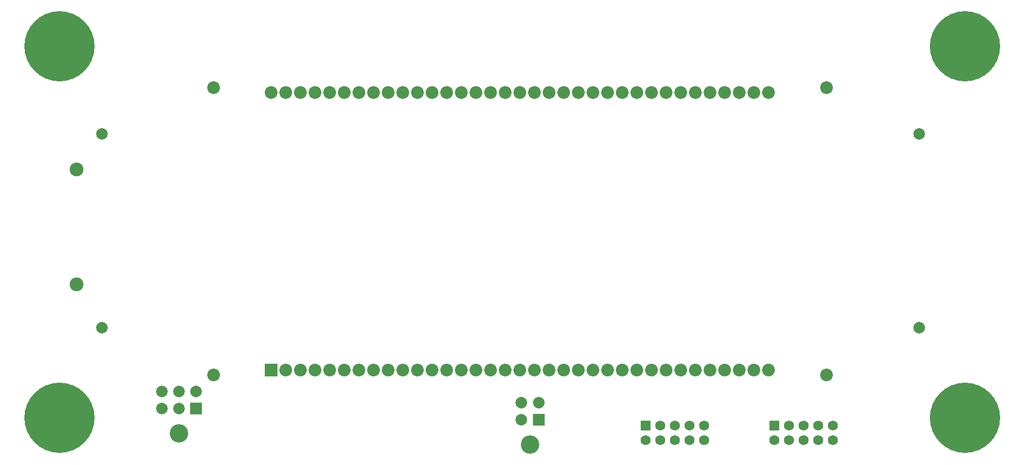
<source format=gts>
G04 Layer_Color=8388736*
%FSLAX24Y24*%
%MOIN*%
G70*
G01*
G75*
%ADD36C,0.0946*%
%ADD37C,0.0680*%
%ADD38R,0.0680X0.0680*%
%ADD39C,0.0789*%
%ADD40C,0.1261*%
%ADD41R,0.0789X0.0789*%
%ADD42C,0.0867*%
%ADD43R,0.0867X0.0867*%
%ADD44C,0.4804*%
D36*
X10915Y29232D02*
D03*
Y37106D02*
D03*
D37*
X60600Y18550D02*
D03*
Y19550D02*
D03*
X61600Y18550D02*
D03*
X62600D02*
D03*
X58600D02*
D03*
X59600D02*
D03*
X61600Y19550D02*
D03*
X62600D02*
D03*
X59600D02*
D03*
X51800Y18550D02*
D03*
Y19550D02*
D03*
X52800Y18550D02*
D03*
X53800D02*
D03*
X49800D02*
D03*
X50800D02*
D03*
X52800Y19550D02*
D03*
X53800D02*
D03*
X50800D02*
D03*
D38*
X58600D02*
D03*
X49800D02*
D03*
D39*
X42500Y21131D02*
D03*
X41319D02*
D03*
Y19950D02*
D03*
X16732Y21897D02*
D03*
Y20716D02*
D03*
X17913Y21897D02*
D03*
X19094D02*
D03*
X17913Y20716D02*
D03*
X68516Y39530D02*
D03*
Y26250D02*
D03*
X12650Y39530D02*
D03*
Y26250D02*
D03*
D40*
X41909Y18249D02*
D03*
X17913Y19023D02*
D03*
D41*
X42500Y19950D02*
D03*
X19094Y20716D02*
D03*
D42*
X20285Y23022D02*
D03*
Y42707D02*
D03*
X62175Y23022D02*
D03*
Y42707D02*
D03*
X25200Y23350D02*
D03*
X26200D02*
D03*
X27200D02*
D03*
X28200D02*
D03*
X29200D02*
D03*
X30200D02*
D03*
X31200D02*
D03*
X32200D02*
D03*
X33200D02*
D03*
X34200D02*
D03*
X35200D02*
D03*
X36200D02*
D03*
X37200D02*
D03*
X38200D02*
D03*
X39200D02*
D03*
X40200D02*
D03*
X41200D02*
D03*
X42200D02*
D03*
X43200D02*
D03*
X44200D02*
D03*
X45200D02*
D03*
X46200D02*
D03*
X47200D02*
D03*
X48200D02*
D03*
X49200D02*
D03*
X50200D02*
D03*
X51200D02*
D03*
X52200D02*
D03*
X53200D02*
D03*
X54200D02*
D03*
X55200D02*
D03*
X56200D02*
D03*
X57200D02*
D03*
X58200D02*
D03*
X24200Y42350D02*
D03*
X25200D02*
D03*
X26200D02*
D03*
X27200D02*
D03*
X28200D02*
D03*
X29200D02*
D03*
X30200D02*
D03*
X31200D02*
D03*
X32200D02*
D03*
X33200D02*
D03*
X34200D02*
D03*
X35200D02*
D03*
X36200D02*
D03*
X37200D02*
D03*
X38200D02*
D03*
X39200D02*
D03*
X40200D02*
D03*
X41200D02*
D03*
X42200D02*
D03*
X43200D02*
D03*
X44200D02*
D03*
X45200D02*
D03*
X46200D02*
D03*
X47200D02*
D03*
X48200D02*
D03*
X49200D02*
D03*
X50200D02*
D03*
X51200D02*
D03*
X52200D02*
D03*
X53200D02*
D03*
X54200D02*
D03*
X55200D02*
D03*
X56200D02*
D03*
X57200D02*
D03*
X58200D02*
D03*
D43*
X24200Y23350D02*
D03*
D44*
X71634Y20100D02*
D03*
X9750D02*
D03*
X71634Y45529D02*
D03*
X9750D02*
D03*
M02*

</source>
